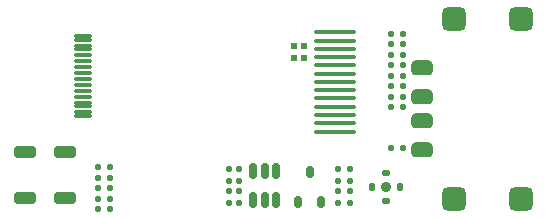
<source format=gtp>
G04*
G04 #@! TF.GenerationSoftware,Altium Limited,Altium Designer,22.2.1 (43)*
G04*
G04 Layer_Color=8421504*
%FSLAX25Y25*%
%MOIN*%
G70*
G04*
G04 #@! TF.SameCoordinates,7C3657C9-3B13-42A6-83C1-8FEA204C8C57*
G04*
G04*
G04 #@! TF.FilePolarity,Positive*
G04*
G01*
G75*
G04:AMPARAMS|DCode=17|XSize=80mil|YSize=80mil|CornerRadius=20mil|HoleSize=0mil|Usage=FLASHONLY|Rotation=90.000|XOffset=0mil|YOffset=0mil|HoleType=Round|Shape=RoundedRectangle|*
%AMROUNDEDRECTD17*
21,1,0.08000,0.04000,0,0,90.0*
21,1,0.04000,0.08000,0,0,90.0*
1,1,0.04000,0.02000,0.02000*
1,1,0.04000,0.02000,-0.02000*
1,1,0.04000,-0.02000,-0.02000*
1,1,0.04000,-0.02000,0.02000*
%
%ADD17ROUNDEDRECTD17*%
G04:AMPARAMS|DCode=18|XSize=20mil|YSize=20mil|CornerRadius=5mil|HoleSize=0mil|Usage=FLASHONLY|Rotation=0.000|XOffset=0mil|YOffset=0mil|HoleType=Round|Shape=RoundedRectangle|*
%AMROUNDEDRECTD18*
21,1,0.02000,0.01000,0,0,0.0*
21,1,0.01000,0.02000,0,0,0.0*
1,1,0.01000,0.00500,-0.00500*
1,1,0.01000,-0.00500,-0.00500*
1,1,0.01000,-0.00500,0.00500*
1,1,0.01000,0.00500,0.00500*
%
%ADD18ROUNDEDRECTD18*%
G04:AMPARAMS|DCode=19|XSize=20mil|YSize=20mil|CornerRadius=5mil|HoleSize=0mil|Usage=FLASHONLY|Rotation=90.000|XOffset=0mil|YOffset=0mil|HoleType=Round|Shape=RoundedRectangle|*
%AMROUNDEDRECTD19*
21,1,0.02000,0.01000,0,0,90.0*
21,1,0.01000,0.02000,0,0,90.0*
1,1,0.01000,0.00500,0.00500*
1,1,0.01000,0.00500,-0.00500*
1,1,0.01000,-0.00500,-0.00500*
1,1,0.01000,-0.00500,0.00500*
%
%ADD19ROUNDEDRECTD19*%
G04:AMPARAMS|DCode=20|XSize=50mil|YSize=70.87mil|CornerRadius=12.5mil|HoleSize=0mil|Usage=FLASHONLY|Rotation=90.000|XOffset=0mil|YOffset=0mil|HoleType=Round|Shape=RoundedRectangle|*
%AMROUNDEDRECTD20*
21,1,0.05000,0.04587,0,0,90.0*
21,1,0.02500,0.07087,0,0,90.0*
1,1,0.02500,0.02293,0.01250*
1,1,0.02500,0.02293,-0.01250*
1,1,0.02500,-0.02293,-0.01250*
1,1,0.02500,-0.02293,0.01250*
%
%ADD20ROUNDEDRECTD20*%
G04:AMPARAMS|DCode=21|XSize=17.72mil|YSize=29.53mil|CornerRadius=4.43mil|HoleSize=0mil|Usage=FLASHONLY|Rotation=180.000|XOffset=0mil|YOffset=0mil|HoleType=Round|Shape=RoundedRectangle|*
%AMROUNDEDRECTD21*
21,1,0.01772,0.02067,0,0,180.0*
21,1,0.00886,0.02953,0,0,180.0*
1,1,0.00886,-0.00443,0.01034*
1,1,0.00886,0.00443,0.01034*
1,1,0.00886,0.00443,-0.01034*
1,1,0.00886,-0.00443,-0.01034*
%
%ADD21ROUNDEDRECTD21*%
G04:AMPARAMS|DCode=22|XSize=17.72mil|YSize=29.53mil|CornerRadius=4.43mil|HoleSize=0mil|Usage=FLASHONLY|Rotation=90.000|XOffset=0mil|YOffset=0mil|HoleType=Round|Shape=RoundedRectangle|*
%AMROUNDEDRECTD22*
21,1,0.01772,0.02067,0,0,90.0*
21,1,0.00886,0.02953,0,0,90.0*
1,1,0.00886,0.01034,0.00443*
1,1,0.00886,0.01034,-0.00443*
1,1,0.00886,-0.01034,-0.00443*
1,1,0.00886,-0.01034,0.00443*
%
%ADD22ROUNDEDRECTD22*%
%ADD23C,0.03543*%
G04:AMPARAMS|DCode=24|XSize=23.62mil|YSize=39.37mil|CornerRadius=5.91mil|HoleSize=0mil|Usage=FLASHONLY|Rotation=180.000|XOffset=0mil|YOffset=0mil|HoleType=Round|Shape=RoundedRectangle|*
%AMROUNDEDRECTD24*
21,1,0.02362,0.02756,0,0,180.0*
21,1,0.01181,0.03937,0,0,180.0*
1,1,0.01181,-0.00591,0.01378*
1,1,0.01181,0.00591,0.01378*
1,1,0.01181,0.00591,-0.01378*
1,1,0.01181,-0.00591,-0.01378*
%
%ADD24ROUNDEDRECTD24*%
G04:AMPARAMS|DCode=25|XSize=27.56mil|YSize=51.18mil|CornerRadius=6.89mil|HoleSize=0mil|Usage=FLASHONLY|Rotation=0.000|XOffset=0mil|YOffset=0mil|HoleType=Round|Shape=RoundedRectangle|*
%AMROUNDEDRECTD25*
21,1,0.02756,0.03740,0,0,0.0*
21,1,0.01378,0.05118,0,0,0.0*
1,1,0.01378,0.00689,-0.01870*
1,1,0.01378,-0.00689,-0.01870*
1,1,0.01378,-0.00689,0.01870*
1,1,0.01378,0.00689,0.01870*
%
%ADD25ROUNDEDRECTD25*%
G04:AMPARAMS|DCode=26|XSize=40mil|YSize=74mil|CornerRadius=10mil|HoleSize=0mil|Usage=FLASHONLY|Rotation=270.000|XOffset=0mil|YOffset=0mil|HoleType=Round|Shape=RoundedRectangle|*
%AMROUNDEDRECTD26*
21,1,0.04000,0.05400,0,0,270.0*
21,1,0.02000,0.07400,0,0,270.0*
1,1,0.02000,-0.02700,-0.01000*
1,1,0.02000,-0.02700,0.01000*
1,1,0.02000,0.02700,0.01000*
1,1,0.02000,0.02700,-0.01000*
%
%ADD26ROUNDEDRECTD26*%
G04:AMPARAMS|DCode=27|XSize=59.06mil|YSize=11.81mil|CornerRadius=2.95mil|HoleSize=0mil|Usage=FLASHONLY|Rotation=0.000|XOffset=0mil|YOffset=0mil|HoleType=Round|Shape=RoundedRectangle|*
%AMROUNDEDRECTD27*
21,1,0.05906,0.00591,0,0,0.0*
21,1,0.05315,0.01181,0,0,0.0*
1,1,0.00591,0.02657,-0.00295*
1,1,0.00591,-0.02657,-0.00295*
1,1,0.00591,-0.02657,0.00295*
1,1,0.00591,0.02657,0.00295*
%
%ADD27ROUNDEDRECTD27*%
G04:AMPARAMS|DCode=28|XSize=15.75mil|YSize=137.8mil|CornerRadius=3.94mil|HoleSize=0mil|Usage=FLASHONLY|Rotation=90.000|XOffset=0mil|YOffset=0mil|HoleType=Round|Shape=RoundedRectangle|*
%AMROUNDEDRECTD28*
21,1,0.01575,0.12992,0,0,90.0*
21,1,0.00787,0.13780,0,0,90.0*
1,1,0.00787,0.06496,0.00394*
1,1,0.00787,0.06496,-0.00394*
1,1,0.00787,-0.06496,-0.00394*
1,1,0.00787,-0.06496,0.00394*
%
%ADD28ROUNDEDRECTD28*%
%ADD29R,0.01968X0.01968*%
D17*
X166831Y-30020D02*
D03*
X144783D02*
D03*
X166831Y30020D02*
D03*
X144783D02*
D03*
D18*
X106000Y-24000D02*
D03*
Y-20000D02*
D03*
Y-31500D02*
D03*
Y-27500D02*
D03*
X110000Y-31500D02*
D03*
Y-27500D02*
D03*
Y-20000D02*
D03*
Y-24000D02*
D03*
X73000Y-31500D02*
D03*
Y-27500D02*
D03*
Y-20000D02*
D03*
Y-24000D02*
D03*
X69500Y-20000D02*
D03*
Y-24000D02*
D03*
Y-31500D02*
D03*
Y-27500D02*
D03*
D19*
X123500Y7500D02*
D03*
X127500D02*
D03*
Y14500D02*
D03*
X123500D02*
D03*
Y11000D02*
D03*
X127500D02*
D03*
Y500D02*
D03*
X123500D02*
D03*
Y4000D02*
D03*
X127500D02*
D03*
X123500Y25000D02*
D03*
X127500D02*
D03*
X123500Y21500D02*
D03*
X127500D02*
D03*
X123500Y18000D02*
D03*
X127500D02*
D03*
X30000Y-33500D02*
D03*
X26000D02*
D03*
X123500Y-13000D02*
D03*
X127500D02*
D03*
X26000Y-26500D02*
D03*
X30000D02*
D03*
X26000Y-30000D02*
D03*
X30000D02*
D03*
X26000Y-23000D02*
D03*
X30000D02*
D03*
X26000Y-19500D02*
D03*
X30000D02*
D03*
D20*
X134004Y-13780D02*
D03*
Y-3937D02*
D03*
Y3937D02*
D03*
Y13780D02*
D03*
D21*
X117185Y-26000D02*
D03*
X126815D02*
D03*
D22*
X122000Y-30815D02*
D03*
Y-21185D02*
D03*
D23*
X122000Y-26000D02*
D03*
D24*
X92760Y-30906D02*
D03*
X100240D02*
D03*
X96500Y-21094D02*
D03*
D25*
X85240Y-20776D02*
D03*
X81500D02*
D03*
X77760D02*
D03*
Y-30224D02*
D03*
X81500D02*
D03*
X85240D02*
D03*
D26*
X1500Y-29800D02*
D03*
Y-14200D02*
D03*
X15000Y-29800D02*
D03*
Y-14200D02*
D03*
D27*
X20921Y24189D02*
D03*
Y23008D02*
D03*
Y21039D02*
D03*
Y19858D02*
D03*
Y17890D02*
D03*
Y15921D02*
D03*
Y13953D02*
D03*
Y11984D02*
D03*
Y10016D02*
D03*
Y8047D02*
D03*
Y6079D02*
D03*
Y4110D02*
D03*
Y2142D02*
D03*
Y961D02*
D03*
Y-1008D02*
D03*
Y-2189D02*
D03*
D28*
X105000Y-2024D02*
D03*
Y-4780D02*
D03*
Y6244D02*
D03*
Y3488D02*
D03*
Y14512D02*
D03*
Y11756D02*
D03*
Y22780D02*
D03*
Y20024D02*
D03*
Y-7535D02*
D03*
Y25535D02*
D03*
Y17268D02*
D03*
Y9000D02*
D03*
Y732D02*
D03*
D29*
X94600Y21000D02*
D03*
X91200D02*
D03*
X94600Y17000D02*
D03*
X91200D02*
D03*
M02*

</source>
